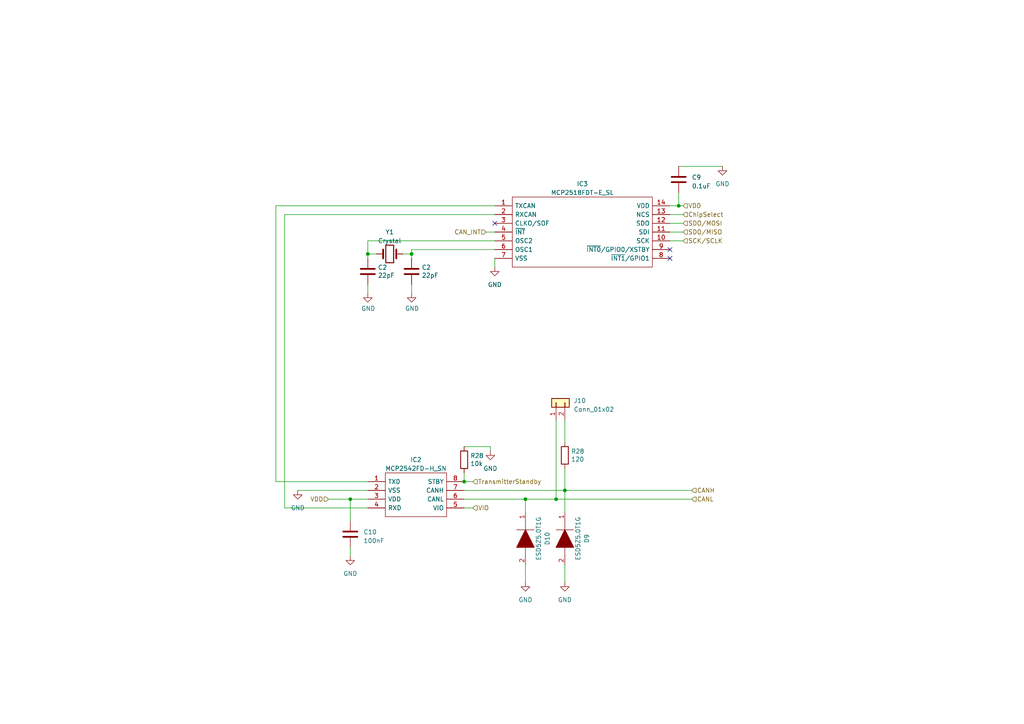
<source format=kicad_sch>
(kicad_sch (version 20230121) (generator eeschema)
  (paper "A4")
  (lib_symbols
    (symbol "Connector_Generic:Conn_01x02" (pin_names (offset 1.016) hide)
      (property "Reference" "J" (at 0 2.54 0))
      (property "Value" "Conn_01x02" (at 0 -5.08 0))
      (symbol "Conn_01x02_1_1"
        (rectangle (start -1.27 -2.413) (end 0 -2.667) (stroke (width 0.1524)))
        (rectangle (start -1.27 0.127) (end 0 -0.127) (stroke (width 0.1524)))
        (rectangle (start -1.27 1.27) (end 1.27 -3.81) (stroke (width 0.254)) (fill (type background)))
        (pin passive line (at -5.08 0 0) (length 3.81) (name "Pin_1") (number "1"))
        (pin passive line (at -5.08 -2.54 0) (length 3.81) (name "Pin_2") (number "2"))
      )
    )
    (symbol "Device:C" (pin_numbers hide) (pin_names (offset 0.254))
      (property "Reference" "C" (at 0.635 2.54 0))
      (property "Value" "C" (at 0.635 -2.54 0))
      (symbol "C_0_1"
        (polyline (pts (xy -2.032 -0.762) (xy 2.032 -0.762)) (stroke (width 0.508)))
        (polyline (pts (xy -2.032 0.762) (xy 2.032 0.762)) (stroke (width 0.508)))
      )
      (symbol "C_1_1"
        (pin passive line (at 0 3.81 270) (length 2.794) (name "~") (number "1"))
        (pin passive line (at 0 -3.81 90) (length 2.794) (name "~") (number "2"))
      )
    )
    (symbol "Device:Crystal" (pin_numbers hide) (pin_names (offset 1.016) hide)
      (property "Reference" "Y" (at 0 3.81 0))
      (property "Value" "Crystal" (at 0 -3.81 0))
      (symbol "Crystal_0_1"
        (rectangle (start -1.143 2.54) (end 1.143 -2.54) (stroke (width 0.3048)))
        (polyline (pts (xy -2.54 0) (xy -1.905 0)))
        (polyline (pts (xy -1.905 -1.27) (xy -1.905 1.27)) (stroke (width 0.508)))
        (polyline (pts (xy 1.905 -1.27) (xy 1.905 1.27)) (stroke (width 0.508)))
        (polyline (pts (xy 2.54 0) (xy 1.905 0)))
      )
      (symbol "Crystal_1_1"
        (pin passive line (at -3.81 0 0) (length 1.27) (name "1") (number "1"))
        (pin passive line (at 3.81 0 180) (length 1.27) (name "2") (number "2"))
      )
    )
    (symbol "Device:R" (pin_numbers hide) (pin_names (offset 0))
      (property "Reference" "R" (at 2.032 0 90))
      (property "Value" "R" (at 0 0 90))
      (symbol "R_0_1"
        (rectangle (start -1.016 -2.54) (end 1.016 2.54) (stroke (width 0.254)))
      )
      (symbol "R_1_1"
        (pin passive line (at 0 3.81 270) (length 1.27) (name "~") (number "1"))
        (pin passive line (at 0 -3.81 90) (length 1.27) (name "~") (number "2"))
      )
    )
    (symbol "SamacSys_Parts:ESD5Z5.0T1G" (pin_names (offset 0.762))
      (property "Reference" "D" (at 11.43 5.08 0))
      (property "Value" "ESD5Z5.0T1G" (at 11.43 2.54 0))
      (symbol "ESD5Z5.0T1G_0_0"
        (pin passive line (at 0 0 0) (length 2.54) (name "~") (number "1"))
        (pin passive line (at 15.24 0 180) (length 2.54) (name "~") (number "2"))
      )
      (symbol "ESD5Z5.0T1G_0_1"
        (polyline (pts (xy 2.54 0) (xy 5.08 0)) (stroke (width 0.1524)))
        (polyline (pts (xy 5.08 2.54) (xy 5.08 -2.54)) (stroke (width 0.1524)))
        (polyline (pts (xy 10.16 0) (xy 12.7 0)) (stroke (width 0.1524)))
        (polyline (pts (xy 5.08 0) (xy 10.16 2.54) (xy 10.16 -2.54) (xy 5.08 0)) (stroke (width 0.254)) (fill (type outline)))
      )
    )
    (symbol "SamacSys_Parts:MCP2518FDT-E_SL" (pin_names (offset 0.762))
      (property "Reference" "IC" (at 46.99 7.62 0))
      (property "Value" "MCP2518FDT-E_SL" (at 46.99 5.08 0))
      (symbol "MCP2518FDT-E_SL_0_0"
        (pin passive line (at 0 0 0) (length 5.08) (name "TXCAN") (number "1"))
        (pin passive line (at 50.8 -10.16 180) (length 5.08) (name "SCK") (number "10"))
        (pin passive line (at 50.8 -7.62 180) (length 5.08) (name "SDI") (number "11"))
        (pin passive line (at 50.8 -5.08 180) (length 5.08) (name "SDO") (number "12"))
        (pin passive line (at 50.8 -2.54 180) (length 5.08) (name "NCS") (number "13"))
        (pin passive line (at 50.8 0 180) (length 5.08) (name "VDD") (number "14"))
        (pin passive line (at 0 -2.54 0) (length 5.08) (name "RXCAN") (number "2"))
        (pin passive line (at 0 -5.08 0) (length 5.08) (name "CLKO/SOF") (number "3"))
        (pin passive line (at 0 -7.62 0) (length 5.08) (name "~{INT}") (number "4"))
        (pin passive line (at 0 -10.16 0) (length 5.08) (name "OSC2") (number "5"))
        (pin passive line (at 0 -12.7 0) (length 5.08) (name "OSC1") (number "6"))
        (pin passive line (at 0 -15.24 0) (length 5.08) (name "VSS") (number "7"))
        (pin passive line (at 50.8 -15.24 180) (length 5.08) (name "~{INT1}/GPIO1") (number "8"))
        (pin passive line (at 50.8 -12.7 180) (length 5.08) (name "~{INT0}/GPIO0/XSTBY") (number "9"))
      )
      (symbol "MCP2518FDT-E_SL_0_1"
        (polyline (pts (xy 5.08 2.54) (xy 45.72 2.54) (xy 45.72 -17.78) (xy 5.08 -17.78) (xy 5.08 2.54)) (stroke (width 0.1524)))
      )
    )
    (symbol "SamacSys_Parts:MCP2542FD-H_SN" (pin_names (offset 0.762))
      (property "Reference" "IC" (at 24.13 7.62 0))
      (property "Value" "MCP2542FD-H_SN" (at 24.13 5.08 0))
      (symbol "MCP2542FD-H_SN_0_0"
        (pin passive line (at 0 0 0) (length 5.08) (name "TXD") (number "1"))
        (pin passive line (at 0 -2.54 0) (length 5.08) (name "VSS") (number "2"))
        (pin passive line (at 0 -5.08 0) (length 5.08) (name "VDD") (number "3"))
        (pin passive line (at 0 -7.62 0) (length 5.08) (name "RXD") (number "4"))
        (pin passive line (at 27.94 -7.62 180) (length 5.08) (name "VIO") (number "5"))
        (pin passive line (at 27.94 -5.08 180) (length 5.08) (name "CANL") (number "6"))
        (pin passive line (at 27.94 -2.54 180) (length 5.08) (name "CANH") (number "7"))
        (pin passive line (at 27.94 0 180) (length 5.08) (name "STBY") (number "8"))
      )
      (symbol "MCP2542FD-H_SN_0_1"
        (polyline (pts (xy 5.08 2.54) (xy 22.86 2.54) (xy 22.86 -10.16) (xy 5.08 -10.16) (xy 5.08 2.54)) (stroke (width 0.1524)))
      )
    )
    (symbol "power:GND" (power) (pin_names (offset 0))
      (property "Value" "GND" (at 0 -3.81 0))
      (symbol "GND_0_1"
        (polyline (pts (xy 0 0) (xy 0 -1.27) (xy 1.27 -1.27) (xy 0 -2.54) (xy -1.27 -1.27) (xy 0 -1.27)))
      )
      (symbol "GND_1_1"
        (pin power_in line (at 0 0 270) (length 0) hide (name "GND") (number "1"))
      )
    )
  )
  (junction (at 161.29 144.78))
  (junction (at 106.68 73.66))
  (junction (at 134.62 139.7))
  (junction (at 152.4 144.78))
  (junction (at 101.6 144.78))
  (junction (at 163.83 142.24))
  (junction (at 119.38 73.66))
  (junction (at 196.85 59.69))
  (no_connect (at 194.31 72.39))
  (no_connect (at 143.51 64.77))
  (no_connect (at 194.31 74.93))
  (wire (pts (xy 134.62 142.24) (xy 163.83 142.24)))
  (wire (pts (xy 196.85 55.88) (xy 196.85 59.69)))
  (wire (pts (xy 134.62 139.7) (xy 137.16 139.7)))
  (wire (pts (xy 152.4 144.78) (xy 161.29 144.78)))
  (wire (pts (xy 134.62 129.54) (xy 142.24 129.54)))
  (wire (pts (xy 163.83 142.24) (xy 200.66 142.24)))
  (wire (pts (xy 143.51 59.69) (xy 80.01 59.69)))
  (wire (pts (xy 134.62 137.16) (xy 134.62 139.7)))
  (wire (pts (xy 119.38 73.66) (xy 119.38 74.93)))
  (wire (pts (xy 86.36 142.24) (xy 106.68 142.24)))
  (wire (pts (xy 101.6 144.78) (xy 106.68 144.78)))
  (wire (pts (xy 152.4 144.78) (xy 152.4 148.59)))
  (wire (pts (xy 161.29 144.78) (xy 200.66 144.78)))
  (wire (pts (xy 196.85 59.69) (xy 198.12 59.69)))
  (wire (pts (xy 101.6 158.75) (xy 101.6 161.29)))
  (wire (pts (xy 95.25 144.78) (xy 101.6 144.78)))
  (wire (pts (xy 109.22 73.66) (xy 106.68 73.66)))
  (wire (pts (xy 106.68 139.7) (xy 80.01 139.7)))
  (wire (pts (xy 116.84 73.66) (xy 119.38 73.66)))
  (wire (pts (xy 194.31 64.77) (xy 198.12 64.77)))
  (wire (pts (xy 152.4 163.83) (xy 152.4 168.91)))
  (wire (pts (xy 119.38 72.39) (xy 119.38 73.66)))
  (wire (pts (xy 82.55 62.23) (xy 82.55 147.32)))
  (wire (pts (xy 82.55 147.32) (xy 106.68 147.32)))
  (wire (pts (xy 140.97 67.31) (xy 143.51 67.31)))
  (wire (pts (xy 106.68 82.55) (xy 106.68 85.09)))
  (wire (pts (xy 163.83 163.83) (xy 163.83 168.91)))
  (wire (pts (xy 142.24 129.54) (xy 142.24 130.81)))
  (wire (pts (xy 119.38 72.39) (xy 143.51 72.39)))
  (wire (pts (xy 163.83 121.92) (xy 163.83 128.27)))
  (wire (pts (xy 194.31 69.85) (xy 198.12 69.85)))
  (wire (pts (xy 106.68 69.85) (xy 143.51 69.85)))
  (wire (pts (xy 194.31 62.23) (xy 198.12 62.23)))
  (wire (pts (xy 134.62 147.32) (xy 137.16 147.32)))
  (wire (pts (xy 80.01 59.69) (xy 80.01 139.7)))
  (wire (pts (xy 196.85 48.26) (xy 209.55 48.26)))
  (wire (pts (xy 143.51 62.23) (xy 82.55 62.23)))
  (wire (pts (xy 134.62 144.78) (xy 152.4 144.78)))
  (wire (pts (xy 163.83 142.24) (xy 163.83 148.59)))
  (wire (pts (xy 119.38 82.55) (xy 119.38 85.09)))
  (wire (pts (xy 101.6 144.78) (xy 101.6 151.13)))
  (wire (pts (xy 106.68 73.66) (xy 106.68 74.93)))
  (wire (pts (xy 163.83 135.89) (xy 163.83 142.24)))
  (wire (pts (xy 143.51 74.93) (xy 143.51 77.47)))
  (wire (pts (xy 194.31 59.69) (xy 196.85 59.69)))
  (wire (pts (xy 194.31 67.31) (xy 198.12 67.31)))
  (wire (pts (xy 106.68 69.85) (xy 106.68 73.66)))
  (wire (pts (xy 161.29 121.92) (xy 161.29 144.78)))
  (hierarchical_label "CANL" (shape input) (at 200.66 144.78 0))
  (hierarchical_label "TransmitterStandby" (shape input) (at 137.16 139.7 0))
  (hierarchical_label "VIO" (shape input) (at 137.16 147.32 0))
  (hierarchical_label "CANH" (shape input) (at 200.66 142.24 0))
  (hierarchical_label "VDD" (shape input) (at 95.25 144.78 180))
  (hierarchical_label "ChipSelect" (shape input) (at 198.12 62.23 0))
  (hierarchical_label "SDO{slash}MISO" (shape input) (at 198.12 67.31 0))
  (hierarchical_label "SDO{slash}MOSI" (shape input) (at 198.12 64.77 0))
  (hierarchical_label "SCK{slash}SCLK" (shape input) (at 198.12 69.85 0))
  (hierarchical_label "VDD" (shape input) (at 198.12 59.69 0))
  (hierarchical_label "CAN_INT" (shape input) (at 140.97 67.31 180))
  (symbol (lib_id "power:GND") (at 142.24 130.81 0) (unit 1)
    (property "Reference" "#PWR072" (effects hide))
    (property "Value" "GND" (at 142.24 135.89 0))
  )
  (symbol (lib_id "SamacSys_Parts:ESD5Z5.0T1G") (at 163.83 148.59 270) (unit 1)
    (property "Reference" "D9" (at 170.18 156.21 0))
    (property "Value" "ESD5Z5.0T1G" (at 167.64 156.21 0))
    (property "Footprint" "SamacSys_Parts:SODFL1608X70N" (effects hide))
    (property "Datasheet" "http://www.onsemi.com/pub/Collateral/ESD5Z2.5T1-D.PDF" (effects hide))
    (property "Height" "0.7" (effects hide))
    (property "Mouser Part Number" "863-ESD5Z5.0T1G" (effects hide))
    (property "Mouser Price/Stock" "https://www.mouser.co.uk/ProductDetail/onsemi/ESD5Z5.0T1G?qs=OSf9jACorvYw3fDx1S8P6A%3D%3D" (effects hide))
    (property "Manufacturer_Name" "onsemi" (effects hide))
    (property "Manufacturer_Part_Number" "ESD5Z5.0T1G" (effects hide))
  )
  (symbol (lib_id "SamacSys_Parts:MCP2542FD-H_SN") (at 106.68 139.7 0) (unit 1)
    (property "Reference" "IC2" (at 120.65 133.35 0))
    (property "Value" "MCP2542FD-H_SN" (at 120.65 135.89 0))
    (property "Footprint" "SamacSys_Parts:SOIC127P600X175-8N" (effects hide))
    (property "Datasheet" "http://ww1.microchip.com/downloads/en/devicedoc/20005514a.pdf" (effects hide))
    (property "Description" "CAN Interface IC CAN FD Transceiver" (effects hide))
    (property "Height" "1.75" (effects hide))
    (property "Mouser Part Number" "579-MCP2542FD-H/SN" (effects hide))
    (property "Mouser Price/Stock" "https://www.mouser.co.uk/ProductDetail/Microchip-Technology-Atmel/MCP2542FD-H-SN?qs=qdgZG5p0FZ4YwT%252BnBHAU%252BQ%3D%3D" (effects hide))
    (property "Manufacturer_Name" "Microchip" (effects hide))
    (property "Manufacturer_Part_Number" "MCP2542FD-H/SN" (effects hide))
  )
  (symbol (lib_id "power:GND") (at 106.68 85.09 0) (unit 1)
    (property "Reference" "#PWR019" (effects hide))
    (property "Value" "GND" (at 106.807 89.4842 0))
    (instances (project "MakeItRain" (path "" (reference "#PWR019") (unit 1))) (project "BasicBitch328pThingy" (path "" (reference "#PWR023") (unit 1))) (project "AMS-Mega2560-Base" (path "" (reference "#PWR068") (unit 1))))
  )
  (symbol (lib_id "Device:C") (at 106.68 78.74 0) (unit 1)
    (property "Reference" "C2" (at 109.601 77.5716 0) (effects (justify left)))
    (property "Value" "22pF" (at 109.601 79.883 0) (effects (justify left)))
    (property "Footprint" "Capacitor_THT:C_Disc_D5.1mm_W3.2mm_P5.00mm" (effects hide))
    (instances (project "MakeItRain" (path "" (reference "C2") (unit 1)) (path "" (reference "C3") (unit 1)) (path "" (reference "C4") (unit 1)) (path "" (reference "C5") (unit 1))) (project "BasicBitch328pThingy" (path "" (reference "C8") (unit 1)) (path "" (reference "C1") (unit 1)) (path "" (reference "C2") (unit 1)) (path "" (reference "C3") (unit 1))) (project "AMS-Mega2560-Base" (path "" (reference "C11") (unit 1))))
  )
  (symbol (lib_id "Device:R") (at 134.62 133.35 0) (unit 1)
    (property "Reference" "R28" (at 136.398 132.1816 0) (effects (justify left)))
    (property "Value" "10k" (at 136.398 134.493 0) (effects (justify left)))
    (property "Footprint" "Resistor_THT:R_Axial_DIN0207_L6.3mm_D2.5mm_P2.54mm_Vertical" (effects hide))
    (instances (project "AMS-Mega2560-Base" (path "" (reference "R28") (unit 1)) (path "" (reference "R17") (unit 1)) (path "" (reference "R64") (unit 1))))
  )
  (symbol (lib_id "Connector_Generic:Conn_01x02") (at 161.29 116.84 90) (unit 1)
    (property "Reference" "J10" (at 166.37 116.205 90) (effects (justify right)))
    (property "Value" "Conn_01x02" (at 166.37 118.745 90) (effects (justify right)))
    (property "Footprint" "Connector_PinHeader_2.54mm:PinHeader_1x02_P2.54mm_Vertical" (effects hide))
  )
  (symbol (lib_id "Device:C") (at 101.6 154.94 0) (unit 1)
    (property "Reference" "C10" (at 105.41 154.305 0) (effects (justify left)))
    (property "Value" "100nF" (at 105.41 156.845 0) (effects (justify left)))
    (property "Footprint" "Capacitor_THT:C_Disc_D5.1mm_W3.2mm_P5.00mm" (effects hide))
  )
  (symbol (lib_id "power:GND") (at 86.36 142.24 0) (unit 1)
    (property "Reference" "#PWR065" (effects hide))
    (property "Value" "GND" (at 86.36 147.32 0))
  )
  (symbol (lib_id "power:GND") (at 163.83 168.91 0) (unit 1)
    (property "Reference" "#PWR071" (effects hide))
    (property "Value" "GND" (at 163.83 173.99 0))
  )
  (symbol (lib_id "power:GND") (at 119.38 85.09 0) (unit 1)
    (property "Reference" "#PWR019" (effects hide))
    (property "Value" "GND" (at 119.507 89.4842 0))
    (instances (project "MakeItRain" (path "" (reference "#PWR019") (unit 1))) (project "BasicBitch328pThingy" (path "" (reference "#PWR024") (unit 1))) (project "AMS-Mega2560-Base" (path "" (reference "#PWR069") (unit 1))))
  )
  (symbol (lib_id "power:GND") (at 101.6 161.29 0) (unit 1)
    (property "Reference" "#PWR063" (effects hide))
    (property "Value" "GND" (at 101.6 166.37 0))
  )
  (symbol (lib_id "SamacSys_Parts:MCP2518FDT-E_SL") (at 143.51 59.69 0) (unit 1)
    (property "Reference" "IC3" (at 168.91 53.34 0))
    (property "Value" "MCP2518FDT-E_SL" (at 168.91 55.88 0))
    (property "Footprint" "SamacSys_Parts:SOIC127P600X175-14N" (effects hide))
    (property "Datasheet" "https://datasheet.datasheetarchive.com/originals/distributors/Datasheets_SAMA/744760637e861ab0ee43f380fa65a694.pdf" (effects hide))
    (property "Description" "CAN Interface IC Stand-alone Low Power CAN FD Controller w/SPI Interface Grade1" (effects hide))
    (property "Height" "1.75" (effects hide))
    (property "Mouser Part Number" "579-MCP2518FDT-E/SL" (effects hide))
    (property "Mouser Price/Stock" "https://www.mouser.co.uk/ProductDetail/Microchip-Technology/MCP2518FDT-E-SL?qs=T3oQrply3y%2F7g%252BYAgK9Bdg%3D%3D" (effects hide))
    (property "Manufacturer_Name" "Microchip" (effects hide))
    (property "Manufacturer_Part_Number" "MCP2518FDT-E/SL" (effects hide))
  )
  (symbol (lib_id "power:GND") (at 209.55 48.26 0) (unit 1)
    (property "Reference" "#PWR062" (effects hide))
    (property "Value" "GND" (at 209.55 53.34 0))
  )
  (symbol (lib_id "SamacSys_Parts:ESD5Z5.0T1G") (at 152.4 148.59 270) (unit 1)
    (property "Reference" "D10" (at 158.75 156.21 0))
    (property "Value" "ESD5Z5.0T1G" (at 156.21 156.21 0))
    (property "Footprint" "SamacSys_Parts:SODFL1608X70N" (effects hide))
    (property "Datasheet" "http://www.onsemi.com/pub/Collateral/ESD5Z2.5T1-D.PDF" (effects hide))
    (property "Height" "0.7" (effects hide))
    (property "Mouser Part Number" "863-ESD5Z5.0T1G" (effects hide))
    (property "Mouser Price/Stock" "https://www.mouser.co.uk/ProductDetail/onsemi/ESD5Z5.0T1G?qs=OSf9jACorvYw3fDx1S8P6A%3D%3D" (effects hide))
    (property "Manufacturer_Name" "onsemi" (effects hide))
    (property "Manufacturer_Part_Number" "ESD5Z5.0T1G" (effects hide))
  )
  (symbol (lib_id "Device:Crystal") (at 113.03 73.66 0) (unit 1)
    (property "Reference" "Y1" (at 113.03 67.31 0))
    (property "Value" "Crystal" (at 113.03 69.85 0))
    (property "Footprint" "Crystal:Crystal_HC49-U_Vertical" (effects hide))
  )
  (symbol (lib_id "power:GND") (at 152.4 168.91 0) (unit 1)
    (property "Reference" "#PWR070" (effects hide))
    (property "Value" "GND" (at 152.4 173.99 0))
  )
  (symbol (lib_id "Device:C") (at 196.85 52.07 0) (unit 1)
    (property "Reference" "C9" (at 200.66 51.435 0) (effects (justify left)))
    (property "Value" "0.1uF" (at 200.66 53.975 0) (effects (justify left)))
    (property "Footprint" "Capacitor_THT:C_Disc_D5.1mm_W3.2mm_P5.00mm" (effects hide))
  )
  (symbol (lib_id "power:GND") (at 143.51 77.47 0) (unit 1)
    (property "Reference" "#PWR061" (effects hide))
    (property "Value" "GND" (at 143.51 82.55 0))
  )
  (symbol (lib_id "Device:R") (at 163.83 132.08 0) (unit 1)
    (property "Reference" "R28" (at 165.608 130.9116 0) (effects (justify left)))
    (property "Value" "120" (at 165.608 133.223 0) (effects (justify left)))
    (property "Footprint" "Resistor_THT:R_Axial_DIN0207_L6.3mm_D2.5mm_P2.54mm_Vertical" (effects hide))
    (instances (project "AMS-Mega2560-Base" (path "" (reference "R28") (unit 1)) (path "" (reference "R17") (unit 1)) (path "" (reference "R63") (unit 1))))
  )
  (symbol (lib_id "Device:C") (at 119.38 78.74 0) (unit 1)
    (property "Reference" "C2" (at 122.301 77.5716 0) (effects (justify left)))
    (property "Value" "22pF" (at 122.301 79.883 0) (effects (justify left)))
    (property "Footprint" "Capacitor_THT:C_Disc_D5.1mm_W3.2mm_P5.00mm" (effects hide))
    (instances (project "MakeItRain" (path "" (reference "C2") (unit 1)) (path "" (reference "C3") (unit 1)) (path "" (reference "C4") (unit 1)) (path "" (reference "C5") (unit 1))) (project "BasicBitch328pThingy" (path "" (reference "C9") (unit 1)) (path "" (reference "C1") (unit 1)) (path "" (reference "C2") (unit 1)) (path "" (reference "C3") (unit 1))) (project "AMS-Mega2560-Base" (path "" (reference "C12") (unit 1))))
  )
)
</source>
